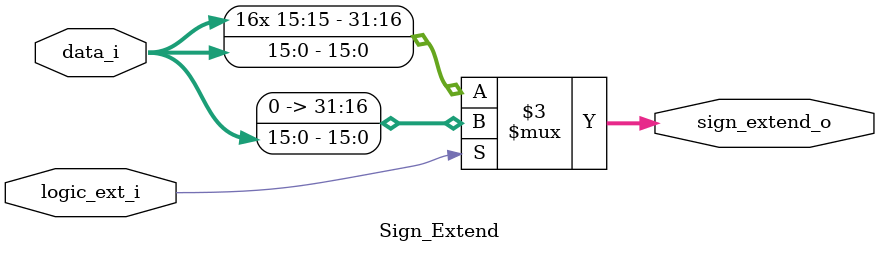
<source format=v>
/******************************************************************
* Description
*	This module performes a sign-extend operation that is need with
*	in instruction like andi or ben.
* Version:
*	1.0
* Author:
*	Dr. José Luis Pizano Escalante
* email:
*	luispizano@iteso.mx
* Date:
*	05/07/2020
******************************************************************/
module Sign_Extend
(   
	input logic_ext_i,
	input [15:0]  data_i,
	output reg [31:0] sign_extend_o
);

always @(data_i or logic_ext_i) begin
	if(logic_ext_i)
		sign_extend_o = {{16{1'b0}}, data_i[15:0]};
	else
		sign_extend_o = {{16{data_i[15]}},data_i[15:0]};
end

endmodule // signExtend

</source>
